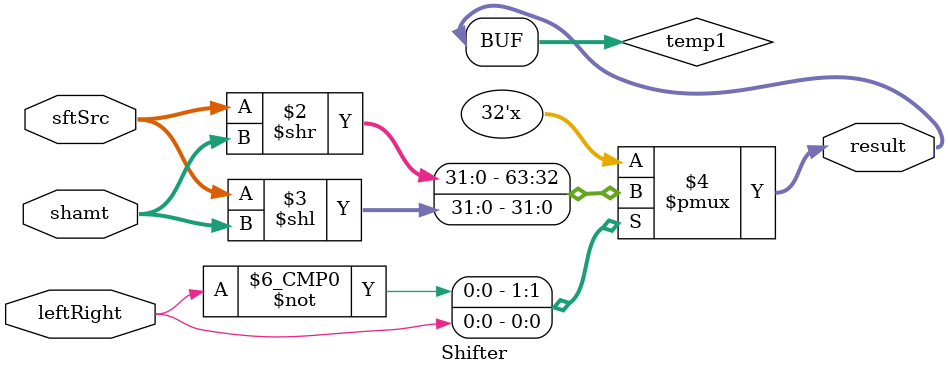
<source format=v>
module Shifter( result, leftRight, shamt, sftSrc  );
    
  output wire[31:0] result;
  input wire leftRight;
  input wire[4:0] shamt;
  input wire[31:0] sftSrc ;
  reg[31:0] temp1;
  
  /*your code here*/ 

  always @(*)
  	begin
  		case(leftRight)
  			1'b0:temp1[31:0] = sftSrc[31:0]>>shamt;					
  			1'b1:temp1[31:0] = sftSrc[31:0]<<shamt;
  		endcase
  	end
  	assign result[31:0] = temp1[31:0];



endmodule
</source>
